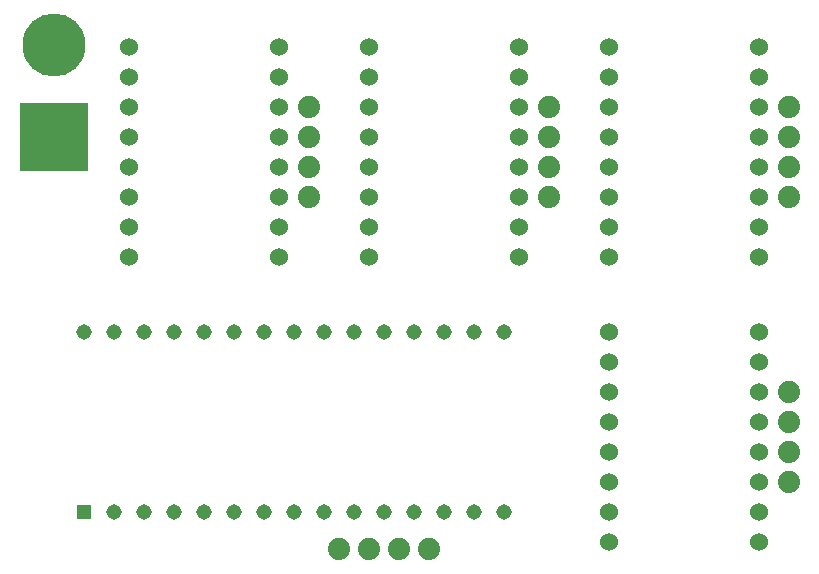
<source format=gbr>
G04 EAGLE Gerber RS-274X export*
G75*
%MOMM*%
%FSLAX34Y34*%
%LPD*%
%INTop Copper*%
%IPPOS*%
%AMOC8*
5,1,8,0,0,1.08239X$1,22.5*%
G01*
%ADD10R,1.308000X1.308000*%
%ADD11C,1.308000*%
%ADD12C,5.334000*%
%ADD13R,5.842000X5.842000*%
%ADD14C,1.524000*%
%ADD15C,1.879600*%


D10*
X76200Y50800D03*
D11*
X101600Y50800D03*
X127000Y50800D03*
X152400Y50800D03*
X177800Y50800D03*
X203200Y50800D03*
X228600Y50800D03*
X254000Y50800D03*
X279400Y50800D03*
X304800Y50800D03*
X330200Y50800D03*
X355600Y50800D03*
X381000Y50800D03*
X406400Y50800D03*
X431800Y50800D03*
X431800Y203200D03*
X406400Y203200D03*
X381000Y203200D03*
X355600Y203200D03*
X330200Y203200D03*
X304800Y203200D03*
X279400Y203200D03*
X254000Y203200D03*
X228600Y203200D03*
X203200Y203200D03*
X177800Y203200D03*
X152400Y203200D03*
X127000Y203200D03*
X101600Y203200D03*
X76200Y203200D03*
D12*
X50800Y445770D03*
D13*
X50800Y368300D03*
D14*
X114300Y444500D03*
X114300Y419100D03*
X114300Y393700D03*
X114300Y368300D03*
X114300Y342900D03*
X114300Y317500D03*
X114300Y292100D03*
X114300Y266700D03*
X241300Y266700D03*
X241300Y292100D03*
X241300Y317500D03*
X241300Y342900D03*
X241300Y368300D03*
X241300Y393700D03*
X241300Y419100D03*
X241300Y444500D03*
X317500Y444500D03*
X317500Y419100D03*
X317500Y393700D03*
X317500Y368300D03*
X317500Y342900D03*
X317500Y317500D03*
X317500Y292100D03*
X317500Y266700D03*
X444500Y266700D03*
X444500Y292100D03*
X444500Y317500D03*
X444500Y342900D03*
X444500Y368300D03*
X444500Y393700D03*
X444500Y419100D03*
X444500Y444500D03*
X520700Y444500D03*
X520700Y419100D03*
X520700Y393700D03*
X520700Y368300D03*
X520700Y342900D03*
X520700Y317500D03*
X520700Y292100D03*
X520700Y266700D03*
X647700Y266700D03*
X647700Y292100D03*
X647700Y317500D03*
X647700Y342900D03*
X647700Y368300D03*
X647700Y393700D03*
X647700Y419100D03*
X647700Y444500D03*
X520700Y203200D03*
X520700Y177800D03*
X520700Y152400D03*
X520700Y127000D03*
X520700Y101600D03*
X520700Y76200D03*
X520700Y50800D03*
X520700Y25400D03*
X647700Y25400D03*
X647700Y50800D03*
X647700Y76200D03*
X647700Y101600D03*
X647700Y127000D03*
X647700Y152400D03*
X647700Y177800D03*
X647700Y203200D03*
D15*
X368300Y19050D03*
X342900Y19050D03*
X317500Y19050D03*
X292100Y19050D03*
X266700Y393700D03*
X266700Y368300D03*
X266700Y342900D03*
X266700Y317500D03*
X469900Y393700D03*
X469900Y368300D03*
X469900Y342900D03*
X469900Y317500D03*
X673100Y393700D03*
X673100Y368300D03*
X673100Y342900D03*
X673100Y317500D03*
X673100Y152400D03*
X673100Y127000D03*
X673100Y101600D03*
X673100Y76200D03*
M02*

</source>
